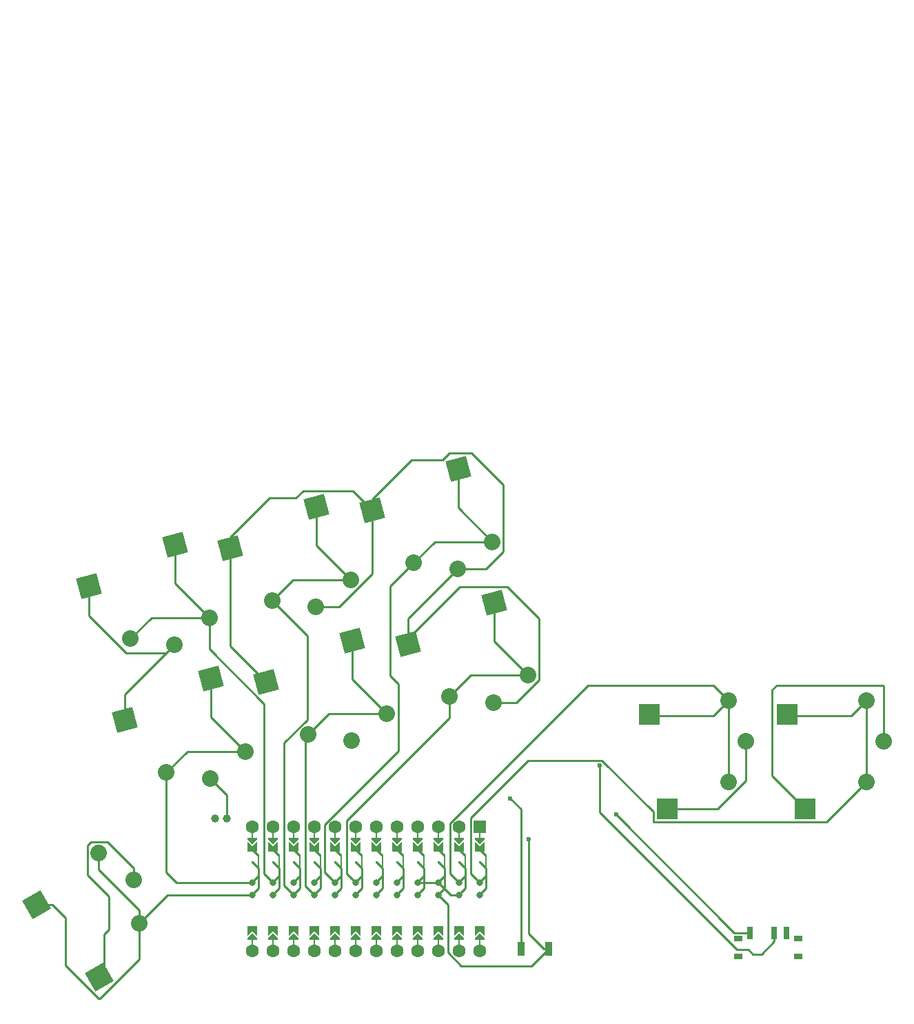
<source format=gbr>
%TF.GenerationSoftware,KiCad,Pcbnew,(6.0.5-0)*%
%TF.CreationDate,2022-07-11T16:51:09+02:00*%
%TF.ProjectId,kardV2,6b617264-5632-42e6-9b69-6361645f7063,v1.0.0*%
%TF.SameCoordinates,Original*%
%TF.FileFunction,Copper,L1,Top*%
%TF.FilePolarity,Positive*%
%FSLAX46Y46*%
G04 Gerber Fmt 4.6, Leading zero omitted, Abs format (unit mm)*
G04 Created by KiCad (PCBNEW (6.0.5-0)) date 2022-07-11 16:51:09*
%MOMM*%
%LPD*%
G01*
G04 APERTURE LIST*
G04 Aperture macros list*
%AMRotRect*
0 Rectangle, with rotation*
0 The origin of the aperture is its center*
0 $1 length*
0 $2 width*
0 $3 Rotation angle, in degrees counterclockwise*
0 Add horizontal line*
21,1,$1,$2,0,0,$3*%
%AMFreePoly0*
4,1,49,0.088388,4.152388,0.854389,3.386388,0.867708,3.368551,0.871189,3.365530,0.871982,3.362827,0.875852,3.357644,0.882333,3.327543,0.891000,3.298000,0.891000,0.766000,0.887805,0.743969,0.888131,0.739371,0.886780,0.736898,0.885852,0.730498,0.869154,0.704638,0.854389,0.677612,0.088388,-0.088388,0.064607,-0.106146,0.062500,-0.108253,0.061385,-0.108552,0.059644,-0.109852,
0.043810,-0.113261,0.000000,-0.125000,-0.004774,-0.123721,-0.009154,-0.124664,-0.028953,-0.117242,-0.062500,-0.108253,-0.068237,-0.102516,-0.075052,-0.099961,-0.087614,-0.083139,-0.108253,-0.062500,-0.111178,-0.051584,-0.117161,-0.043572,-0.118539,-0.024114,-0.125000,0.000000,-0.121239,0.014035,-0.122131,0.026629,-0.113759,0.041953,-0.108253,0.062500,-0.095642,0.075111,-0.088388,0.088388,
0.641000,0.817777,0.641000,3.246223,-0.088388,3.975612,-0.109852,4.004356,-0.124664,4.073154,-0.099961,4.139052,-0.043572,4.181161,0.026629,4.186131,0.088388,4.152388,0.088388,4.152388,$1*%
%AMFreePoly1*
4,1,6,0.600000,0.200000,0.000000,-0.400000,-0.600000,0.200000,-0.600000,0.400000,0.600000,0.400000,0.600000,0.200000,0.600000,0.200000,$1*%
%AMFreePoly2*
4,1,6,0.600000,-0.250000,-0.600000,-0.250000,-0.600000,1.000000,0.000000,0.400000,0.600000,1.000000,0.600000,-0.250000,0.600000,-0.250000,$1*%
%AMFreePoly3*
4,1,5,0.125000,-0.500000,-0.125000,-0.500000,-0.125000,0.500000,0.125000,0.500000,0.125000,-0.500000,0.125000,-0.500000,$1*%
%AMFreePoly4*
4,1,49,0.088388,4.152388,0.850389,3.390388,0.863708,3.372551,0.867189,3.369530,0.867982,3.366827,0.871852,3.361644,0.878333,3.331543,0.887000,3.302000,0.887000,0.762000,0.883805,0.739969,0.884131,0.735371,0.882780,0.732898,0.881852,0.726498,0.865154,0.700638,0.850389,0.673612,0.088388,-0.088388,0.064607,-0.106146,0.062500,-0.108253,0.061385,-0.108552,0.059644,-0.109852,
0.043810,-0.113261,0.000000,-0.125000,-0.004774,-0.123721,-0.009154,-0.124664,-0.028953,-0.117242,-0.062500,-0.108253,-0.068237,-0.102516,-0.075052,-0.099961,-0.087614,-0.083139,-0.108253,-0.062500,-0.111178,-0.051584,-0.117161,-0.043572,-0.118539,-0.024114,-0.125000,0.000000,-0.121239,0.014035,-0.122131,0.026629,-0.113759,0.041953,-0.108253,0.062500,-0.095642,0.075111,-0.088388,0.088388,
0.637000,0.813777,0.637000,3.250223,-0.088388,3.975612,-0.109852,4.004356,-0.124664,4.073154,-0.099961,4.139052,-0.043572,4.181161,0.026629,4.186131,0.088388,4.152388,0.088388,4.152388,$1*%
G04 Aperture macros list end*
%TA.AperFunction,SMDPad,CuDef*%
%ADD10RotRect,2.600000X2.600000X120.000000*%
%TD*%
%TA.AperFunction,ComponentPad*%
%ADD11C,2.032000*%
%TD*%
%TA.AperFunction,SMDPad,CuDef*%
%ADD12RotRect,2.600000X2.600000X15.000000*%
%TD*%
%TA.AperFunction,SMDPad,CuDef*%
%ADD13R,2.600000X2.600000*%
%TD*%
%TA.AperFunction,SMDPad,CuDef*%
%ADD14FreePoly0,180.000000*%
%TD*%
%TA.AperFunction,ComponentPad*%
%ADD15C,1.600000*%
%TD*%
%TA.AperFunction,SMDPad,CuDef*%
%ADD16FreePoly1,0.000000*%
%TD*%
%TA.AperFunction,SMDPad,CuDef*%
%ADD17FreePoly2,0.000000*%
%TD*%
%TA.AperFunction,SMDPad,CuDef*%
%ADD18FreePoly3,0.000000*%
%TD*%
%TA.AperFunction,ComponentPad*%
%ADD19R,1.600000X1.600000*%
%TD*%
%TA.AperFunction,SMDPad,CuDef*%
%ADD20FreePoly2,180.000000*%
%TD*%
%TA.AperFunction,SMDPad,CuDef*%
%ADD21FreePoly3,180.000000*%
%TD*%
%TA.AperFunction,SMDPad,CuDef*%
%ADD22FreePoly1,180.000000*%
%TD*%
%TA.AperFunction,SMDPad,CuDef*%
%ADD23FreePoly4,0.000000*%
%TD*%
%TA.AperFunction,ComponentPad*%
%ADD24C,0.800000*%
%TD*%
%TA.AperFunction,SMDPad,CuDef*%
%ADD25R,0.700000X1.500000*%
%TD*%
%TA.AperFunction,SMDPad,CuDef*%
%ADD26R,1.000000X0.800000*%
%TD*%
%TA.AperFunction,ComponentPad*%
%ADD27C,0.600000*%
%TD*%
%TA.AperFunction,SMDPad,CuDef*%
%ADD28R,0.900000X1.700000*%
%TD*%
%TA.AperFunction,ComponentPad*%
%ADD29C,1.000000*%
%TD*%
%TA.AperFunction,Conductor*%
%ADD30C,0.250000*%
%TD*%
G04 APERTURE END LIST*
D10*
%TO.P,S1,1*%
%TO.N,P10*%
X10596314Y4519976D03*
%TO.P,S1,2*%
%TO.N,GND*%
X18276570Y-4382617D03*
%TD*%
D11*
%TO.P,S2,1*%
%TO.N,P10*%
X23177562Y2228616D03*
%TO.P,S2,2*%
%TO.N,GND*%
X22496215Y7608743D03*
%TO.P,S2,1*%
%TO.N,P10*%
X18177562Y10888870D03*
%TO.P,S2,2*%
%TO.N,GND*%
X22496215Y7608743D03*
%TD*%
D12*
%TO.P,S3,1*%
%TO.N,P9*%
X31996840Y32333116D03*
%TO.P,S3,2*%
%TO.N,GND*%
X21409798Y27218719D03*
%TD*%
D11*
%TO.P,S4,1*%
%TO.N,P9*%
X26527289Y20773612D03*
%TO.P,S4,2*%
%TO.N,GND*%
X31900438Y20039263D03*
%TO.P,S4,1*%
%TO.N,P9*%
X36186548Y23361802D03*
%TO.P,S4,2*%
%TO.N,GND*%
X31900438Y20039263D03*
%TD*%
D12*
%TO.P,S5,1*%
%TO.N,P8*%
X27596916Y48753855D03*
%TO.P,S5,2*%
%TO.N,GND*%
X17009874Y43639458D03*
%TD*%
D11*
%TO.P,S6,1*%
%TO.N,P8*%
X22127365Y37194351D03*
%TO.P,S6,2*%
%TO.N,GND*%
X27500514Y36460002D03*
%TO.P,S6,1*%
%TO.N,P8*%
X31786624Y39782541D03*
%TO.P,S6,2*%
%TO.N,GND*%
X27500514Y36460002D03*
%TD*%
D12*
%TO.P,S7,1*%
%TO.N,P15*%
X49383505Y36991859D03*
%TO.P,S7,2*%
%TO.N,GND*%
X38796463Y31877462D03*
%TD*%
D11*
%TO.P,S8,1*%
%TO.N,P15*%
X43913954Y25432355D03*
%TO.P,S8,2*%
%TO.N,GND*%
X49287103Y24698006D03*
%TO.P,S8,1*%
%TO.N,P15*%
X53573213Y28020545D03*
%TO.P,S8,2*%
%TO.N,GND*%
X49287103Y24698006D03*
%TD*%
D12*
%TO.P,S9,1*%
%TO.N,P14*%
X44983581Y53412598D03*
%TO.P,S9,2*%
%TO.N,GND*%
X34396539Y48298201D03*
%TD*%
D11*
%TO.P,S10,1*%
%TO.N,P14*%
X39514030Y41853094D03*
%TO.P,S10,2*%
%TO.N,GND*%
X44887179Y41118745D03*
%TO.P,S10,1*%
%TO.N,P14*%
X49173289Y44441284D03*
%TO.P,S10,2*%
%TO.N,GND*%
X44887179Y41118745D03*
%TD*%
D12*
%TO.P,S11,1*%
%TO.N,P4*%
X66770170Y41650601D03*
%TO.P,S11,2*%
%TO.N,GND*%
X56183128Y36536204D03*
%TD*%
D11*
%TO.P,S12,1*%
%TO.N,P4*%
X61300619Y30091097D03*
%TO.P,S12,2*%
%TO.N,GND*%
X66673768Y29356748D03*
%TO.P,S12,1*%
%TO.N,P4*%
X70959878Y32679287D03*
%TO.P,S12,2*%
%TO.N,GND*%
X66673768Y29356748D03*
%TD*%
D12*
%TO.P,S13,1*%
%TO.N,P5*%
X62370246Y58071340D03*
%TO.P,S13,2*%
%TO.N,GND*%
X51783204Y52956943D03*
%TD*%
D11*
%TO.P,S14,1*%
%TO.N,P5*%
X56900695Y46511836D03*
%TO.P,S14,2*%
%TO.N,GND*%
X62273844Y45777487D03*
%TO.P,S14,1*%
%TO.N,P5*%
X66559954Y49100026D03*
%TO.P,S14,2*%
%TO.N,GND*%
X62273844Y45777487D03*
%TD*%
D13*
%TO.P,S15,1*%
%TO.N,P0*%
X85812954Y27862809D03*
%TO.P,S15,2*%
%TO.N,GND*%
X88012954Y16312809D03*
%TD*%
D11*
%TO.P,S16,1*%
%TO.N,P0*%
X95562954Y19587809D03*
%TO.P,S16,2*%
%TO.N,GND*%
X97662954Y24587809D03*
%TO.P,S16,1*%
%TO.N,P0*%
X95562954Y29587809D03*
%TO.P,S16,2*%
%TO.N,GND*%
X97662954Y24587809D03*
%TD*%
D13*
%TO.P,S17,1*%
%TO.N,P1*%
X102791388Y27863164D03*
%TO.P,S17,2*%
%TO.N,GND*%
X104991388Y16313164D03*
%TD*%
D11*
%TO.P,S18,1*%
%TO.N,P1*%
X112541388Y19588164D03*
%TO.P,S18,2*%
%TO.N,GND*%
X114641388Y24588164D03*
%TO.P,S18,1*%
%TO.N,P1*%
X112541388Y29588164D03*
%TO.P,S18,2*%
%TO.N,GND*%
X114641388Y24588164D03*
%TD*%
D14*
%TO.P,MCU1,2*%
%TO.N,GND*%
X62503950Y5676291D03*
D15*
%TO.P,MCU1,*%
%TO.N,*%
X65043950Y14058291D03*
X62503950Y14058291D03*
X59963950Y14058291D03*
X57423950Y14058291D03*
X54883950Y14058291D03*
X52343950Y14058291D03*
X49803950Y14058291D03*
X47263950Y14058291D03*
X44723950Y14058291D03*
X42183950Y14058291D03*
X39643950Y14058291D03*
X37103950Y14058291D03*
X37103950Y-1181709D03*
X39643950Y-1181709D03*
X42183950Y-1181709D03*
X44723950Y-1181709D03*
X47263950Y-1181709D03*
X49803950Y-1181709D03*
X52343950Y-1181709D03*
X54883950Y-1181709D03*
X57423950Y-1181709D03*
X59963950Y-1181709D03*
X62503950Y-1181709D03*
X65043950Y-1181709D03*
D16*
X65043950Y12280291D03*
D17*
%TO.P,MCU1,24*%
%TO.N,P1*%
X65043950Y11264291D03*
D18*
%TO.P,MCU1,*%
%TO.N,*%
X65043950Y12788291D03*
D19*
X65043950Y14058291D03*
D18*
X62503950Y12788291D03*
D16*
X62503950Y12280291D03*
D17*
%TO.P,MCU1,23*%
%TO.N,P0*%
X62503950Y11264291D03*
D18*
%TO.P,MCU1,*%
%TO.N,*%
X59963950Y12788291D03*
D16*
X59963950Y12280291D03*
D17*
%TO.P,MCU1,22*%
%TO.N,GND*%
X59963950Y11264291D03*
D18*
%TO.P,MCU1,*%
%TO.N,*%
X57423950Y12788291D03*
D16*
X57423950Y12280291D03*
D17*
%TO.P,MCU1,21*%
%TO.N,GND*%
X57423950Y11264291D03*
D18*
%TO.P,MCU1,*%
%TO.N,*%
X54883950Y12788291D03*
D16*
X54883950Y12280291D03*
D17*
%TO.P,MCU1,20*%
%TO.N,P2*%
X54883950Y11264291D03*
D18*
%TO.P,MCU1,*%
%TO.N,*%
X52343950Y12788291D03*
D16*
X52343950Y12280291D03*
D17*
%TO.P,MCU1,19*%
%TO.N,P3*%
X52343950Y11264291D03*
D18*
%TO.P,MCU1,*%
%TO.N,*%
X49803950Y12788291D03*
D16*
X49803950Y12280291D03*
D17*
%TO.P,MCU1,18*%
%TO.N,P4*%
X49803950Y11264291D03*
D18*
%TO.P,MCU1,*%
%TO.N,*%
X47263950Y12788291D03*
D16*
X47263950Y12280291D03*
D17*
%TO.P,MCU1,17*%
%TO.N,P5*%
X47263950Y11264291D03*
D18*
%TO.P,MCU1,*%
%TO.N,*%
X44723950Y12788291D03*
D16*
X44723950Y12280291D03*
D17*
%TO.P,MCU1,16*%
%TO.N,P6*%
X44723950Y11264291D03*
D18*
%TO.P,MCU1,*%
%TO.N,*%
X42183950Y12788291D03*
D16*
X42183950Y12280291D03*
D17*
%TO.P,MCU1,15*%
%TO.N,P7*%
X42183950Y11264291D03*
D18*
%TO.P,MCU1,*%
%TO.N,*%
X39643950Y12788291D03*
D16*
X39643950Y12280291D03*
D17*
%TO.P,MCU1,14*%
%TO.N,P8*%
X39643950Y11264291D03*
D18*
%TO.P,MCU1,*%
%TO.N,*%
X37103950Y12788291D03*
D16*
X37103950Y12280291D03*
D17*
%TO.P,MCU1,13*%
%TO.N,P9*%
X37103950Y11264291D03*
D20*
%TO.P,MCU1,1*%
%TO.N,RAW*%
X65043950Y1612291D03*
%TO.P,MCU1,3*%
%TO.N,RST*%
X59963950Y1612291D03*
D21*
%TO.P,MCU1,*%
%TO.N,*%
X59963950Y88291D03*
D22*
X59963950Y596291D03*
X65043950Y596291D03*
D21*
X62503950Y88291D03*
D20*
%TO.P,MCU1,2*%
%TO.N,GND*%
X62503950Y1612291D03*
D21*
%TO.P,MCU1,*%
%TO.N,*%
X65043950Y88291D03*
D20*
%TO.P,MCU1,4*%
%TO.N,VCC*%
X57423950Y1612291D03*
D22*
%TO.P,MCU1,*%
%TO.N,*%
X62503950Y596291D03*
X57423950Y596291D03*
D20*
%TO.P,MCU1,6*%
%TO.N,P20*%
X52343950Y1612291D03*
%TO.P,MCU1,7*%
%TO.N,P19*%
X49803950Y1612291D03*
D21*
%TO.P,MCU1,*%
%TO.N,*%
X37103950Y88291D03*
D22*
X49803950Y596291D03*
D21*
X42183950Y88291D03*
D20*
%TO.P,MCU1,8*%
%TO.N,P18*%
X47263950Y1612291D03*
D21*
%TO.P,MCU1,*%
%TO.N,*%
X49803950Y88291D03*
D20*
%TO.P,MCU1,12*%
%TO.N,P10*%
X37103950Y1612291D03*
D22*
%TO.P,MCU1,*%
%TO.N,*%
X47263950Y596291D03*
D21*
X44723950Y88291D03*
D22*
X37103950Y596291D03*
D21*
X54883950Y88291D03*
X47263950Y88291D03*
X52343950Y88291D03*
D20*
%TO.P,MCU1,9*%
%TO.N,P15*%
X44723950Y1612291D03*
D21*
%TO.P,MCU1,*%
%TO.N,*%
X57423950Y88291D03*
D22*
X54883950Y596291D03*
X52343950Y596291D03*
X44723950Y596291D03*
D20*
%TO.P,MCU1,10*%
%TO.N,P14*%
X42183950Y1612291D03*
D22*
%TO.P,MCU1,*%
%TO.N,*%
X42183950Y596291D03*
X39643950Y596291D03*
D20*
%TO.P,MCU1,11*%
%TO.N,P16*%
X39643950Y1612291D03*
D21*
%TO.P,MCU1,*%
%TO.N,*%
X39643950Y88291D03*
D20*
%TO.P,MCU1,5*%
%TO.N,P21*%
X54883950Y1612291D03*
D23*
%TO.P,MCU1,23*%
%TO.N,P0*%
X62503950Y7200291D03*
D24*
%TO.P,MCU1,2*%
%TO.N,GND*%
X62503950Y5676291D03*
%TO.P,MCU1,23*%
%TO.N,P0*%
X62503950Y7200291D03*
%TO.P,MCU1,24*%
%TO.N,P1*%
X65043950Y7200291D03*
%TO.P,MCU1,1*%
%TO.N,RAW*%
X65043950Y5676291D03*
D14*
X65043950Y5676291D03*
D23*
%TO.P,MCU1,24*%
%TO.N,P1*%
X65043950Y7200291D03*
D24*
%TO.P,MCU1,22*%
%TO.N,GND*%
X59963950Y7200291D03*
%TO.P,MCU1,3*%
%TO.N,RST*%
X59963950Y5676291D03*
D14*
X59963950Y5676291D03*
D23*
%TO.P,MCU1,22*%
%TO.N,GND*%
X59963950Y7200291D03*
D24*
%TO.P,MCU1,21*%
X57423950Y7200291D03*
%TO.P,MCU1,4*%
%TO.N,VCC*%
X57423950Y5676291D03*
D14*
X57423950Y5676291D03*
D23*
%TO.P,MCU1,21*%
%TO.N,GND*%
X57423950Y7200291D03*
D24*
%TO.P,MCU1,20*%
%TO.N,P2*%
X54883950Y7200291D03*
%TO.P,MCU1,5*%
%TO.N,P21*%
X54883950Y5676291D03*
D14*
X54883950Y5676291D03*
D23*
%TO.P,MCU1,20*%
%TO.N,P2*%
X54883950Y7200291D03*
D24*
%TO.P,MCU1,19*%
%TO.N,P3*%
X52343950Y7200291D03*
%TO.P,MCU1,6*%
%TO.N,P20*%
X52343950Y5676291D03*
D14*
X52343950Y5676291D03*
D23*
%TO.P,MCU1,19*%
%TO.N,P3*%
X52343950Y7200291D03*
D24*
%TO.P,MCU1,18*%
%TO.N,P4*%
X49803950Y7200291D03*
%TO.P,MCU1,7*%
%TO.N,P19*%
X49803950Y5676291D03*
D14*
X49803950Y5676291D03*
D23*
%TO.P,MCU1,18*%
%TO.N,P4*%
X49803950Y7200291D03*
D24*
%TO.P,MCU1,17*%
%TO.N,P5*%
X47263950Y7200291D03*
%TO.P,MCU1,8*%
%TO.N,P18*%
X47263950Y5676291D03*
D14*
X47263950Y5676291D03*
D23*
%TO.P,MCU1,17*%
%TO.N,P5*%
X47263950Y7200291D03*
D24*
%TO.P,MCU1,16*%
%TO.N,P6*%
X44723950Y7200291D03*
%TO.P,MCU1,9*%
%TO.N,P15*%
X44723950Y5676291D03*
D14*
X44723950Y5676291D03*
D23*
%TO.P,MCU1,16*%
%TO.N,P6*%
X44723950Y7200291D03*
D24*
%TO.P,MCU1,15*%
%TO.N,P7*%
X42183950Y7200291D03*
%TO.P,MCU1,10*%
%TO.N,P14*%
X42183950Y5676291D03*
D14*
X42183950Y5676291D03*
D23*
%TO.P,MCU1,15*%
%TO.N,P7*%
X42183950Y7200291D03*
D24*
%TO.P,MCU1,14*%
%TO.N,P8*%
X39643950Y7200291D03*
%TO.P,MCU1,11*%
%TO.N,P16*%
X39643950Y5676291D03*
D14*
X39643950Y5676291D03*
D23*
%TO.P,MCU1,14*%
%TO.N,P8*%
X39643950Y7200291D03*
D24*
%TO.P,MCU1,13*%
%TO.N,P9*%
X37103950Y7200291D03*
%TO.P,MCU1,12*%
%TO.N,P10*%
X37103950Y5676291D03*
D14*
X37103950Y5676291D03*
D23*
%TO.P,MCU1,13*%
%TO.N,P9*%
X37103950Y7200291D03*
%TD*%
D25*
%TO.P,,1*%
%TO.N,pos*%
X98191388Y1018164D03*
%TO.P,,2*%
%TO.N,RAW*%
X101191388Y1018164D03*
%TO.P,,3*%
%TO.N,N/C*%
X102691388Y1018164D03*
D26*
%TO.P,,*%
%TO.N,*%
X96791388Y-1841836D03*
X104091388Y-1841836D03*
X104091388Y368164D03*
X96791388Y368164D03*
%TD*%
D27*
%TO.P,REF\u002A\u002A,1*%
%TO.N,RAW*%
X79762954Y21587809D03*
%TD*%
%TO.P,REF\u002A\u002A,1*%
%TO.N,pos*%
X81762954Y15587809D03*
%TD*%
%TO.P,REF\u002A\u002A,1*%
%TO.N,GND*%
X68762954Y17587809D03*
%TD*%
%TO.P,REF\u002A\u002A,1*%
%TO.N,RST*%
X71012954Y12587809D03*
%TD*%
D28*
%TO.P,,1*%
%TO.N,RST*%
X73462954Y-912191D03*
%TO.P,,2*%
%TO.N,GND*%
X70062954Y-912191D03*
%TD*%
D29*
%TO.P,,1*%
%TO.N,pos*%
X32470416Y15113041D03*
%TO.P,,2*%
%TO.N,GND*%
X33970416Y15113041D03*
%TD*%
D30*
%TO.N,GND*%
X59963950Y7200291D02*
X57423950Y7200291D01*
X62503950Y5676291D02*
X61487950Y5676291D01*
X61487950Y5676291D02*
X59963950Y7200291D01*
X62273844Y45777487D02*
X56183128Y39686771D01*
X56183128Y39686771D02*
X56183128Y36536204D01*
X66673768Y29356748D02*
X69533109Y29356748D01*
X68432711Y43567289D02*
X62567289Y43567289D01*
X69533109Y29356748D02*
X72300389Y32124028D01*
X72300389Y32124028D02*
X72300389Y39699611D01*
X72300389Y39699611D02*
X68432711Y43567289D01*
X62567289Y43567289D02*
X56183128Y37183128D01*
X56183128Y37183128D02*
X56183128Y36536204D01*
%TO.N,P4*%
X61300619Y30091097D02*
X61300619Y27436238D01*
X48679439Y8324802D02*
X49803950Y7200291D01*
X61300619Y27436238D02*
X48679439Y14815058D01*
X48679439Y14815058D02*
X48679439Y8324802D01*
X70959878Y32679287D02*
X66770170Y36868995D01*
X66770170Y36868995D02*
X66770170Y41650601D01*
X61300619Y30091097D02*
X63888809Y32679287D01*
X63888809Y32679287D02*
X70959878Y32679287D01*
%TO.N,P5*%
X56900695Y46511836D02*
X54000000Y43611141D01*
X54000000Y43611141D02*
X54000000Y32626144D01*
X54000000Y32626144D02*
X55000000Y31626144D01*
X55000000Y31626144D02*
X55000000Y23384641D01*
X55000000Y23384641D02*
X46000000Y14384641D01*
X46000000Y14384641D02*
X46000000Y8464241D01*
X46000000Y8464241D02*
X47263950Y7200291D01*
%TO.N,P15*%
X43913954Y25432355D02*
X43599439Y25117840D01*
X43599439Y25117840D02*
X43599439Y6800802D01*
X43599439Y6800802D02*
X44723950Y5676291D01*
%TO.N,P14*%
X39514030Y41853094D02*
X43834391Y37532733D01*
X41000000Y6860241D02*
X42183950Y5676291D01*
X43834391Y37532733D02*
X43834391Y27248562D01*
X43834391Y27248562D02*
X41000000Y24414171D01*
X41000000Y24414171D02*
X41000000Y6860241D01*
%TO.N,GND*%
X44887179Y41118745D02*
X47746520Y41118745D01*
X47746520Y41118745D02*
X51783204Y45155429D01*
X51783204Y45155429D02*
X51783204Y52956943D01*
%TO.N,P5*%
X62370246Y58071340D02*
X62370246Y53289734D01*
X62370246Y53289734D02*
X66559954Y49100026D01*
X66559954Y49100026D02*
X59488885Y49100026D01*
X59488885Y49100026D02*
X56900695Y46511836D01*
%TO.N,GND*%
X51783204Y52956943D02*
X51783204Y54302802D01*
X51783204Y54302802D02*
X56605402Y59125000D01*
X67900465Y47900465D02*
X65777487Y45777487D01*
X56605402Y59125000D02*
X60453558Y59125000D01*
X65777487Y45777487D02*
X62273844Y45777487D01*
X60453558Y59125000D02*
X61328558Y60000000D01*
X61328558Y60000000D02*
X64000000Y60000000D01*
X64000000Y60000000D02*
X67900465Y56099535D01*
X67900465Y56099535D02*
X67900465Y47900465D01*
X42439487Y54439487D02*
X43329286Y55329286D01*
X39191966Y54439487D02*
X42439487Y54439487D01*
X43329286Y55329286D02*
X49410861Y55329286D01*
X34396539Y49644060D02*
X39191966Y54439487D01*
X34396539Y48298201D02*
X34396539Y49644060D01*
X49410861Y55329286D02*
X51783204Y52956943D01*
X34396539Y48298201D02*
X34396539Y36277386D01*
X34396539Y36277386D02*
X38796463Y31877462D01*
%TO.N,P14*%
X49173289Y44441284D02*
X44983581Y48630992D01*
X44983581Y48630992D02*
X44983581Y53412598D01*
X39514030Y41853094D02*
X42102220Y44441284D01*
X42102220Y44441284D02*
X49173289Y44441284D01*
%TO.N,P15*%
X53573213Y28020545D02*
X49383505Y32210253D01*
X49383505Y32210253D02*
X49383505Y36991859D01*
X43913954Y25432355D02*
X46502144Y28020545D01*
X46502144Y28020545D02*
X53573213Y28020545D01*
%TO.N,P8*%
X31786624Y39782541D02*
X31786624Y35916953D01*
X38519439Y8324802D02*
X39643950Y7200291D01*
X31786624Y35916953D02*
X38519439Y29184138D01*
X38519439Y29184138D02*
X38519439Y8324802D01*
X31786624Y39782541D02*
X27596916Y43972249D01*
X27596916Y43972249D02*
X27596916Y48753855D01*
X22127365Y37194351D02*
X24715555Y39782541D01*
X24715555Y39782541D02*
X31786624Y39782541D01*
%TO.N,GND*%
X27500514Y36460002D02*
X26484515Y35444003D01*
X21555997Y35444003D02*
X17009874Y39990126D01*
X26484515Y35444003D02*
X21555997Y35444003D01*
X17009874Y39990126D02*
X17009874Y43639458D01*
X21409798Y27218719D02*
X21409798Y30369286D01*
X21409798Y30369286D02*
X27500514Y36460002D01*
%TO.N,P9*%
X26527289Y20773612D02*
X26527289Y8472711D01*
X26527289Y8472711D02*
X27799709Y7200291D01*
X27799709Y7200291D02*
X37103950Y7200291D01*
X36186548Y23361802D02*
X31996840Y27551510D01*
X31996840Y27551510D02*
X31996840Y32333116D01*
X26527289Y20773612D02*
X29115479Y23361802D01*
X29115479Y23361802D02*
X36186548Y23361802D01*
%TO.N,GND*%
X33970416Y15113041D02*
X33970416Y17969285D01*
X33970416Y17969285D02*
X31900438Y20039263D01*
%TO.N,P10*%
X37103950Y5676291D02*
X26625237Y5676291D01*
X26625237Y5676291D02*
X23177562Y2228616D01*
X23177562Y2228616D02*
X23177562Y-2192233D01*
X14108335Y2891665D02*
X12480024Y4519976D01*
X12480024Y4519976D02*
X10596314Y4519976D01*
X23177562Y-2192233D02*
X18369795Y-7000000D01*
X18369795Y-7000000D02*
X18183345Y-7000000D01*
X18183345Y-7000000D02*
X14108335Y-2924990D01*
X14108335Y-2924990D02*
X14108335Y2891665D01*
%TO.N,GND*%
X22496215Y7608743D02*
X22496215Y9045583D01*
X22496215Y9045583D02*
X19312417Y12229381D01*
X17229381Y12229381D02*
X16837051Y11837051D01*
X19312417Y12229381D02*
X17229381Y12229381D01*
X16837051Y11837051D02*
X16837051Y8162949D01*
X16837051Y8162949D02*
X19475686Y5524314D01*
X19475686Y5524314D02*
X19475686Y1475686D01*
X19475686Y1475686D02*
X18911244Y911244D01*
X18911244Y911244D02*
X18911244Y-3747943D01*
X18911244Y-3747943D02*
X18276570Y-4382617D01*
%TO.N,P10*%
X23177562Y2228616D02*
X23177562Y3822438D01*
X23177562Y3822438D02*
X18177562Y8822438D01*
X18177562Y8822438D02*
X18177562Y10888870D01*
%TO.N,RST*%
X59963950Y5676291D02*
X61088461Y4551780D01*
X61088461Y4551780D02*
X61088461Y-1356520D01*
X61088461Y-1356520D02*
X62731941Y-3000000D01*
X62731941Y-3000000D02*
X71375145Y-3000000D01*
X71375145Y-3000000D02*
X73462954Y-912191D01*
X72912191Y-912191D02*
X71000000Y1000000D01*
X73462954Y-912191D02*
X72912191Y-912191D01*
X71000000Y1000000D02*
X71012954Y1012954D01*
X71012954Y1012954D02*
X71012954Y12587809D01*
%TO.N,GND*%
X70062954Y-912191D02*
X70062954Y16287809D01*
X70062954Y16287809D02*
X68762954Y17587809D01*
%TO.N,P0*%
X95562954Y29587809D02*
X93688433Y31462330D01*
X93688433Y31462330D02*
X78317689Y31462330D01*
X78317689Y31462330D02*
X61379439Y14524080D01*
X61379439Y14524080D02*
X61379439Y8324802D01*
X61379439Y8324802D02*
X62503950Y7200291D01*
%TO.N,P1*%
X112541388Y19588164D02*
X107641522Y14688298D01*
X70948957Y22212320D02*
X63919439Y15182802D01*
X107641522Y14688298D02*
X86311702Y14688298D01*
X86311702Y14688298D02*
X86311702Y15922254D01*
X86311702Y15922254D02*
X80021636Y22212320D01*
X80021636Y22212320D02*
X70948957Y22212320D01*
X63919439Y15182802D02*
X63919439Y8324802D01*
X63919439Y8324802D02*
X65043950Y7200291D01*
X112541388Y19588164D02*
X112541388Y29588164D01*
X102791388Y27863164D02*
X102940909Y27713643D01*
X102940909Y27713643D02*
X110666867Y27713643D01*
X110666867Y27713643D02*
X112541388Y29588164D01*
%TO.N,GND*%
X104991388Y16313164D02*
X100916867Y20387685D01*
X100916867Y20387685D02*
X100916867Y30916867D01*
X100916867Y30916867D02*
X101462685Y31462685D01*
X101462685Y31462685D02*
X114537315Y31462685D01*
X114537315Y31462685D02*
X114641388Y31358612D01*
X114641388Y31358612D02*
X114641388Y24588164D01*
%TO.N,P0*%
X95562954Y19587809D02*
X95562954Y29587809D01*
X95562954Y29587809D02*
X93688433Y27713288D01*
X93688433Y27713288D02*
X85962475Y27713288D01*
X85962475Y27713288D02*
X85812954Y27862809D01*
%TO.N,GND*%
X88012954Y16312809D02*
X94183724Y16312809D01*
X94183724Y16312809D02*
X97662954Y19792039D01*
X97662954Y19792039D02*
X97662954Y24587809D01*
%TO.N,RAW*%
X101191388Y1018164D02*
X101191388Y18164D01*
X101191388Y18164D02*
X99606867Y-1566357D01*
X99606867Y-1566357D02*
X98566357Y-1566357D01*
X98566357Y-1566357D02*
X98000000Y-1000000D01*
X98000000Y-1000000D02*
X96610530Y-1000000D01*
X96610530Y-1000000D02*
X79762954Y15847576D01*
X79762954Y15847576D02*
X79762954Y21587809D01*
%TO.N,pos*%
X98191388Y1018164D02*
X98116877Y1092675D01*
X98116877Y1092675D02*
X96258088Y1092675D01*
X96258088Y1092675D02*
X81762954Y15587809D01*
%TD*%
M02*

</source>
